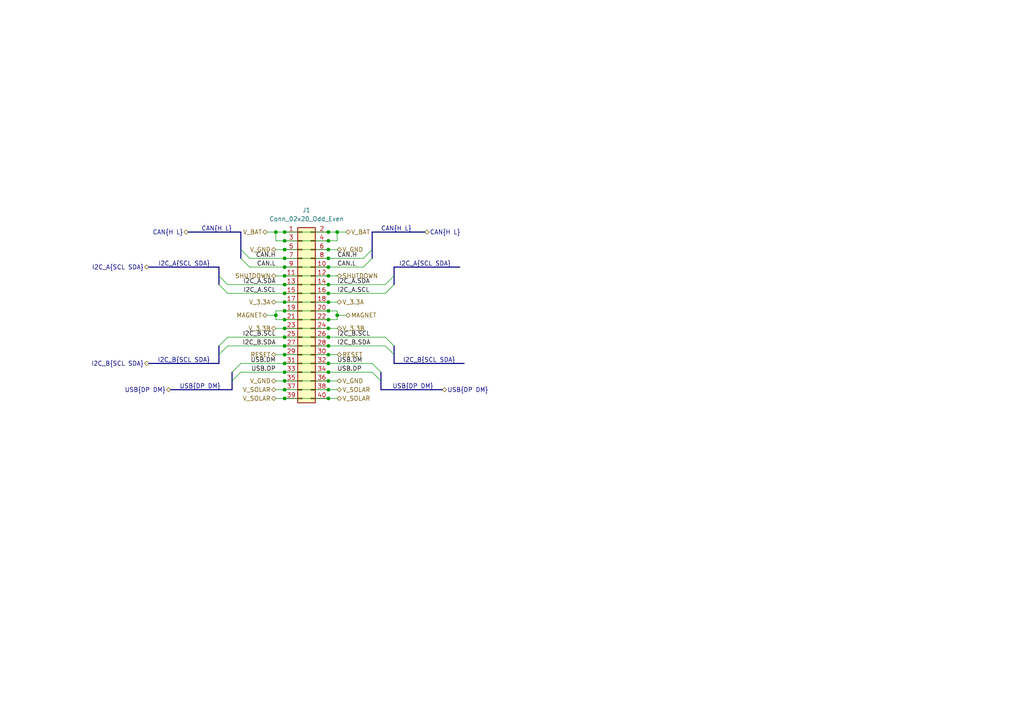
<source format=kicad_sch>
(kicad_sch (version 20231120) (generator "eeschema") (generator_version "8.0")
  (paper "A4")
  (lib_symbols
    (symbol "Connector_Generic:Conn_02x20_Odd_Even" (pin_names (offset 1.016) hide)
      (property "Reference" "J" (at 1.27 25.4 0))
      (property "Value" "Conn_02x20_Odd_Even" (at 1.27 -27.94 0))
      (symbol "Conn_02x20_Odd_Even_1_1"
        (rectangle (start -1.27 -25.273) (end 0 -25.527) (stroke (width 0.1524)))
        (rectangle (start -1.27 -22.733) (end 0 -22.987) (stroke (width 0.1524)))
        (rectangle (start -1.27 -20.193) (end 0 -20.447) (stroke (width 0.1524)))
        (rectangle (start -1.27 -17.653) (end 0 -17.907) (stroke (width 0.1524)))
        (rectangle (start -1.27 -15.113) (end 0 -15.367) (stroke (width 0.1524)))
        (rectangle (start -1.27 -12.573) (end 0 -12.827) (stroke (width 0.1524)))
        (rectangle (start -1.27 -10.033) (end 0 -10.287) (stroke (width 0.1524)))
        (rectangle (start -1.27 -7.493) (end 0 -7.747) (stroke (width 0.1524)))
        (rectangle (start -1.27 -4.953) (end 0 -5.207) (stroke (width 0.1524)))
        (rectangle (start -1.27 -2.413) (end 0 -2.667) (stroke (width 0.1524)))
        (rectangle (start -1.27 0.127) (end 0 -0.127) (stroke (width 0.1524)))
        (rectangle (start -1.27 2.667) (end 0 2.413) (stroke (width 0.1524)))
        (rectangle (start -1.27 5.207) (end 0 4.953) (stroke (width 0.1524)))
        (rectangle (start -1.27 7.747) (end 0 7.493) (stroke (width 0.1524)))
        (rectangle (start -1.27 10.287) (end 0 10.033) (stroke (width 0.1524)))
        (rectangle (start -1.27 12.827) (end 0 12.573) (stroke (width 0.1524)))
        (rectangle (start -1.27 15.367) (end 0 15.113) (stroke (width 0.1524)))
        (rectangle (start -1.27 17.907) (end 0 17.653) (stroke (width 0.1524)))
        (rectangle (start -1.27 20.447) (end 0 20.193) (stroke (width 0.1524)))
        (rectangle (start -1.27 22.987) (end 0 22.733) (stroke (width 0.1524)))
        (rectangle (start -1.27 24.13) (end 3.81 -26.67) (stroke (width 0.254)) (fill (type background)))
        (rectangle (start 3.81 -25.273) (end 2.54 -25.527) (stroke (width 0.1524)))
        (rectangle (start 3.81 -22.733) (end 2.54 -22.987) (stroke (width 0.1524)))
        (rectangle (start 3.81 -20.193) (end 2.54 -20.447) (stroke (width 0.1524)))
        (rectangle (start 3.81 -17.653) (end 2.54 -17.907) (stroke (width 0.1524)))
        (rectangle (start 3.81 -15.113) (end 2.54 -15.367) (stroke (width 0.1524)))
        (rectangle (start 3.81 -12.573) (end 2.54 -12.827) (stroke (width 0.1524)))
        (rectangle (start 3.81 -10.033) (end 2.54 -10.287) (stroke (width 0.1524)))
        (rectangle (start 3.81 -7.493) (end 2.54 -7.747) (stroke (width 0.1524)))
        (rectangle (start 3.81 -4.953) (end 2.54 -5.207) (stroke (width 0.1524)))
        (rectangle (start 3.81 -2.413) (end 2.54 -2.667) (stroke (width 0.1524)))
        (rectangle (start 3.81 0.127) (end 2.54 -0.127) (stroke (width 0.1524)))
        (rectangle (start 3.81 2.667) (end 2.54 2.413) (stroke (width 0.1524)))
        (rectangle (start 3.81 5.207) (end 2.54 4.953) (stroke (width 0.1524)))
        (rectangle (start 3.81 7.747) (end 2.54 7.493) (stroke (width 0.1524)))
        (rectangle (start 3.81 10.287) (end 2.54 10.033) (stroke (width 0.1524)))
        (rectangle (start 3.81 12.827) (end 2.54 12.573) (stroke (width 0.1524)))
        (rectangle (start 3.81 15.367) (end 2.54 15.113) (stroke (width 0.1524)))
        (rectangle (start 3.81 17.907) (end 2.54 17.653) (stroke (width 0.1524)))
        (rectangle (start 3.81 20.447) (end 2.54 20.193) (stroke (width 0.1524)))
        (rectangle (start 3.81 22.987) (end 2.54 22.733) (stroke (width 0.1524)))
        (pin passive line (at -5.08 22.86 0) (length 3.81) (name "Pin_1") (number "1"))
        (pin passive line (at 7.62 12.7 180) (length 3.81) (name "Pin_10") (number "10"))
        (pin passive line (at -5.08 10.16 0) (length 3.81) (name "Pin_11") (number "11"))
        (pin passive line (at 7.62 10.16 180) (length 3.81) (name "Pin_12") (number "12"))
        (pin passive line (at -5.08 7.62 0) (length 3.81) (name "Pin_13") (number "13"))
        (pin passive line (at 7.62 7.62 180) (length 3.81) (name "Pin_14") (number "14"))
        (pin passive line (at -5.08 5.08 0) (length 3.81) (name "Pin_15") (number "15"))
        (pin passive line (at 7.62 5.08 180) (length 3.81) (name "Pin_16") (number "16"))
        (pin passive line (at -5.08 2.54 0) (length 3.81) (name "Pin_17") (number "17"))
        (pin passive line (at 7.62 2.54 180) (length 3.81) (name "Pin_18") (number "18"))
        (pin passive line (at -5.08 0 0) (length 3.81) (name "Pin_19") (number "19"))
        (pin passive line (at 7.62 22.86 180) (length 3.81) (name "Pin_2") (number "2"))
        (pin passive line (at 7.62 0 180) (length 3.81) (name "Pin_20") (number "20"))
        (pin passive line (at -5.08 -2.54 0) (length 3.81) (name "Pin_21") (number "21"))
        (pin passive line (at 7.62 -2.54 180) (length 3.81) (name "Pin_22") (number "22"))
        (pin passive line (at -5.08 -5.08 0) (length 3.81) (name "Pin_23") (number "23"))
        (pin passive line (at 7.62 -5.08 180) (length 3.81) (name "Pin_24") (number "24"))
        (pin passive line (at -5.08 -7.62 0) (length 3.81) (name "Pin_25") (number "25"))
        (pin passive line (at 7.62 -7.62 180) (length 3.81) (name "Pin_26") (number "26"))
        (pin passive line (at -5.08 -10.16 0) (length 3.81) (name "Pin_27") (number "27"))
        (pin passive line (at 7.62 -10.16 180) (length 3.81) (name "Pin_28") (number "28"))
        (pin passive line (at -5.08 -12.7 0) (length 3.81) (name "Pin_29") (number "29"))
        (pin passive line (at -5.08 20.32 0) (length 3.81) (name "Pin_3") (number "3"))
        (pin passive line (at 7.62 -12.7 180) (length 3.81) (name "Pin_30") (number "30"))
        (pin passive line (at -5.08 -15.24 0) (length 3.81) (name "Pin_31") (number "31"))
        (pin passive line (at 7.62 -15.24 180) (length 3.81) (name "Pin_32") (number "32"))
        (pin passive line (at -5.08 -17.78 0) (length 3.81) (name "Pin_33") (number "33"))
        (pin passive line (at 7.62 -17.78 180) (length 3.81) (name "Pin_34") (number "34"))
        (pin passive line (at -5.08 -20.32 0) (length 3.81) (name "Pin_35") (number "35"))
        (pin passive line (at 7.62 -20.32 180) (length 3.81) (name "Pin_36") (number "36"))
        (pin passive line (at -5.08 -22.86 0) (length 3.81) (name "Pin_37") (number "37"))
        (pin passive line (at 7.62 -22.86 180) (length 3.81) (name "Pin_38") (number "38"))
        (pin passive line (at -5.08 -25.4 0) (length 3.81) (name "Pin_39") (number "39"))
        (pin passive line (at 7.62 20.32 180) (length 3.81) (name "Pin_4") (number "4"))
        (pin passive line (at 7.62 -25.4 180) (length 3.81) (name "Pin_40") (number "40"))
        (pin passive line (at -5.08 17.78 0) (length 3.81) (name "Pin_5") (number "5"))
        (pin passive line (at 7.62 17.78 180) (length 3.81) (name "Pin_6") (number "6"))
        (pin passive line (at -5.08 15.24 0) (length 3.81) (name "Pin_7") (number "7"))
        (pin passive line (at 7.62 15.24 180) (length 3.81) (name "Pin_8") (number "8"))
        (pin passive line (at -5.08 12.7 0) (length 3.81) (name "Pin_9") (number "9"))
      )
    )
  )
  (junction (at 82.55 92.71))
  (junction (at 82.55 87.63))
  (junction (at 82.55 97.79))
  (junction (at 95.25 105.41))
  (junction (at 95.25 90.17))
  (junction (at 95.25 107.95))
  (junction (at 82.55 95.25))
  (junction (at 82.55 72.39))
  (junction (at 95.25 92.71))
  (junction (at 95.25 115.57))
  (junction (at 95.25 102.87))
  (junction (at 95.25 110.49))
  (junction (at 95.25 72.39))
  (junction (at 82.55 113.03))
  (junction (at 82.55 107.95))
  (junction (at 82.55 77.47))
  (junction (at 82.55 102.87))
  (junction (at 97.79 91.44))
  (junction (at 95.25 82.55))
  (junction (at 80.01 67.31))
  (junction (at 82.55 67.31))
  (junction (at 95.25 97.79))
  (junction (at 82.55 69.85))
  (junction (at 82.55 74.93))
  (junction (at 95.25 67.31))
  (junction (at 95.25 77.47))
  (junction (at 95.25 87.63))
  (junction (at 82.55 82.55))
  (junction (at 80.01 91.44))
  (junction (at 82.55 110.49))
  (junction (at 82.55 80.01))
  (junction (at 95.25 95.25))
  (junction (at 95.25 100.33))
  (junction (at 95.25 80.01))
  (junction (at 82.55 85.09))
  (junction (at 95.25 85.09))
  (junction (at 82.55 90.17))
  (junction (at 97.79 67.31))
  (junction (at 95.25 69.85))
  (junction (at 95.25 113.03))
  (junction (at 82.55 115.57))
  (junction (at 95.25 74.93))
  (junction (at 82.55 100.33))
  (junction (at 82.55 105.41))
  (bus_entry (at 111.76 100.33) (size 2.54 2.54))
  (bus_entry (at 110.49 107.95) (size -2.54 -2.54))
  (bus_entry (at 66.04 100.33) (size -2.54 2.54))
  (bus_entry (at 67.31 110.49) (size 2.54 -2.54))
  (bus_entry (at 107.95 72.39) (size -2.54 2.54))
  (bus_entry (at 111.76 97.79) (size 2.54 2.54))
  (bus_entry (at 114.3 82.55) (size -2.54 2.54))
  (bus_entry (at 63.5 82.55) (size 2.54 2.54))
  (bus_entry (at 107.95 74.93) (size -2.54 2.54))
  (bus_entry (at 66.04 97.79) (size -2.54 2.54))
  (bus_entry (at 69.85 74.93) (size 2.54 2.54))
  (bus_entry (at 114.3 80.01) (size -2.54 2.54))
  (bus_entry (at 110.49 110.49) (size -2.54 -2.54))
  (bus_entry (at 67.31 107.95) (size 2.54 -2.54))
  (bus_entry (at 69.85 72.39) (size 2.54 2.54))
  (bus_entry (at 63.5 80.01) (size 2.54 2.54))
  (wire (pts (xy 95.25 107.95) (xy 107.95 107.95)))
  (wire (pts (xy 82.55 82.55) (xy 95.25 82.55)))
  (wire (pts (xy 82.55 113.03) (xy 95.25 113.03)))
  (wire (pts (xy 80.01 91.44) (xy 80.01 92.71)))
  (wire (pts (xy 82.55 67.31) (xy 95.25 67.31)))
  (wire (pts (xy 82.55 92.71) (xy 95.25 92.71)))
  (wire (pts (xy 97.79 113.03) (xy 95.25 113.03)))
  (wire (pts (xy 82.55 97.79) (xy 95.25 97.79)))
  (wire (pts (xy 82.55 100.33) (xy 66.04 100.33)))
  (wire (pts (xy 95.25 85.09) (xy 111.76 85.09)))
  (bus (pts (xy 107.95 67.31) (xy 107.95 72.39)))
  (wire (pts (xy 80.01 67.31) (xy 82.55 67.31)))
  (wire (pts (xy 95.25 74.93) (xy 105.41 74.93)))
  (wire (pts (xy 82.55 110.49) (xy 95.25 110.49)))
  (wire (pts (xy 77.47 91.44) (xy 80.01 91.44)))
  (wire (pts (xy 80.01 113.03) (xy 82.55 113.03)))
  (wire (pts (xy 80.01 87.63) (xy 82.55 87.63)))
  (wire (pts (xy 97.79 91.44) (xy 97.79 92.71)))
  (bus (pts (xy 43.18 77.47) (xy 63.5 77.47)))
  (bus (pts (xy 110.49 113.03) (xy 128.27 113.03)))
  (wire (pts (xy 82.55 82.55) (xy 66.04 82.55)))
  (wire (pts (xy 95.25 100.33) (xy 111.76 100.33)))
  (bus (pts (xy 63.5 102.87) (xy 63.5 105.41)))
  (wire (pts (xy 95.25 97.79) (xy 111.76 97.79)))
  (wire (pts (xy 82.55 72.39) (xy 95.25 72.39)))
  (wire (pts (xy 82.55 100.33) (xy 95.25 100.33)))
  (wire (pts (xy 97.79 80.01) (xy 95.25 80.01)))
  (wire (pts (xy 97.79 102.87) (xy 95.25 102.87)))
  (wire (pts (xy 100.33 91.44) (xy 97.79 91.44)))
  (wire (pts (xy 82.55 77.47) (xy 95.25 77.47)))
  (bus (pts (xy 114.3 102.87) (xy 114.3 105.41)))
  (wire (pts (xy 97.79 90.17) (xy 97.79 91.44)))
  (bus (pts (xy 63.5 80.01) (xy 63.5 77.47)))
  (bus (pts (xy 63.5 100.33) (xy 63.5 102.87)))
  (wire (pts (xy 82.55 87.63) (xy 95.25 87.63)))
  (bus (pts (xy 43.18 105.41) (xy 63.5 105.41)))
  (bus (pts (xy 69.85 67.31) (xy 69.85 72.39)))
  (wire (pts (xy 95.25 90.17) (xy 97.79 90.17)))
  (wire (pts (xy 97.79 110.49) (xy 95.25 110.49)))
  (wire (pts (xy 95.25 92.71) (xy 97.79 92.71)))
  (wire (pts (xy 82.55 105.41) (xy 95.25 105.41)))
  (wire (pts (xy 82.55 92.71) (xy 80.01 92.71)))
  (wire (pts (xy 82.55 74.93) (xy 72.39 74.93)))
  (bus (pts (xy 114.3 80.01) (xy 114.3 77.47)))
  (bus (pts (xy 54.61 67.31) (xy 69.85 67.31)))
  (wire (pts (xy 80.01 90.17) (xy 80.01 91.44)))
  (bus (pts (xy 110.49 110.49) (xy 110.49 113.03)))
  (wire (pts (xy 97.79 115.57) (xy 95.25 115.57)))
  (wire (pts (xy 82.55 80.01) (xy 95.25 80.01)))
  (wire (pts (xy 100.33 67.31) (xy 97.79 67.31)))
  (wire (pts (xy 82.55 85.09) (xy 95.25 85.09)))
  (bus (pts (xy 107.95 72.39) (xy 107.95 74.93)))
  (wire (pts (xy 82.55 90.17) (xy 95.25 90.17)))
  (wire (pts (xy 97.79 67.31) (xy 95.25 67.31)))
  (wire (pts (xy 80.01 95.25) (xy 82.55 95.25)))
  (bus (pts (xy 114.3 105.41) (xy 134.62 105.41)))
  (wire (pts (xy 80.01 110.49) (xy 82.55 110.49)))
  (bus (pts (xy 123.19 67.31) (xy 107.95 67.31)))
  (bus (pts (xy 67.31 113.03) (xy 49.53 113.03)))
  (wire (pts (xy 77.47 67.31) (xy 80.01 67.31)))
  (bus (pts (xy 69.85 72.39) (xy 69.85 74.93)))
  (wire (pts (xy 80.01 80.01) (xy 82.55 80.01)))
  (wire (pts (xy 80.01 115.57) (xy 82.55 115.57)))
  (wire (pts (xy 82.55 105.41) (xy 69.85 105.41)))
  (wire (pts (xy 97.79 69.85) (xy 95.25 69.85)))
  (wire (pts (xy 95.25 105.41) (xy 107.95 105.41)))
  (wire (pts (xy 82.55 95.25) (xy 95.25 95.25)))
  (wire (pts (xy 82.55 77.47) (xy 72.39 77.47)))
  (wire (pts (xy 82.55 90.17) (xy 80.01 90.17)))
  (wire (pts (xy 80.01 72.39) (xy 82.55 72.39)))
  (wire (pts (xy 97.79 95.25) (xy 95.25 95.25)))
  (wire (pts (xy 97.79 87.63) (xy 95.25 87.63)))
  (bus (pts (xy 67.31 110.49) (xy 67.31 113.03)))
  (wire (pts (xy 82.55 85.09) (xy 66.04 85.09)))
  (wire (pts (xy 80.01 102.87) (xy 82.55 102.87)))
  (bus (pts (xy 114.3 80.01) (xy 114.3 82.55)))
  (wire (pts (xy 69.85 107.95) (xy 82.55 107.95)))
  (wire (pts (xy 97.79 67.31) (xy 97.79 69.85)))
  (wire (pts (xy 82.55 107.95) (xy 95.25 107.95)))
  (bus (pts (xy 63.5 80.01) (xy 63.5 82.55)))
  (wire (pts (xy 82.55 115.57) (xy 95.25 115.57)))
  (wire (pts (xy 97.79 72.39) (xy 95.25 72.39)))
  (wire (pts (xy 80.01 67.31) (xy 80.01 69.85)))
  (wire (pts (xy 82.55 69.85) (xy 95.25 69.85)))
  (wire (pts (xy 82.55 97.79) (xy 66.04 97.79)))
  (wire (pts (xy 80.01 69.85) (xy 82.55 69.85)))
  (bus (pts (xy 110.49 107.95) (xy 110.49 110.49)))
  (wire (pts (xy 82.55 74.93) (xy 95.25 74.93)))
  (bus (pts (xy 67.31 107.95) (xy 67.31 110.49)))
  (bus (pts (xy 114.3 100.33) (xy 114.3 102.87)))
  (bus (pts (xy 114.3 77.47) (xy 133.35 77.47)))
  (wire (pts (xy 82.55 102.87) (xy 95.25 102.87)))
  (wire (pts (xy 95.25 77.47) (xy 105.41 77.47)))
  (wire (pts (xy 95.25 82.55) (xy 111.76 82.55)))
  (label "I2C_B.SDA" (at 97.79 100.33 0))
  (label "USB{DP DM}" (at 125.73 113.03 180))
  (label "I2C_A.SDA" (at 80.01 82.55 180))
  (label "CAN.H" (at 80.01 74.93 180))
  (label "USB.DM" (at 80.01 105.41 180))
  (label "CAN.L" (at 97.79 77.47 0))
  (label "I2C_B{SCL SDA}" (at 60.96 105.41 180))
  (label "CAN.L" (at 80.01 77.47 180))
  (label "CAN.H" (at 97.79 74.93 0))
  (label "I2C_B{SCL SDA}" (at 116.84 105.41 0))
  (label "USB{DP DM}" (at 52.07 113.03 0))
  (label "I2C_A{SCL SDA}" (at 60.96 77.47 180))
  (label "USB.DP" (at 97.79 107.95 0))
  (label "I2C_B.SCL" (at 80.01 97.79 180))
  (label "I2C_A.SCL" (at 80.01 85.09 180))
  (label "I2C_B.SCL" (at 97.79 97.79 0))
  (label "CAN{H L}" (at 67.31 67.31 180))
  (label "I2C_A.SDA" (at 97.79 82.55 0))
  (label "USB.DM" (at 97.79 105.41 0))
  (label "I2C_A.SCL" (at 97.79 85.09 0))
  (label "USB.DP" (at 80.01 107.95 180))
  (label "CAN{H L}" (at 110.49 67.31 0))
  (label "I2C_A{SCL SDA}" (at 130.81 77.47 180))
  (label "I2C_B.SDA" (at 80.01 100.33 180))
  (hierarchical_label "V_SOLAR" (shape bidirectional) (at 97.79 115.57 0))
  (hierarchical_label "SHUTDOWN" (shape bidirectional) (at 97.79 80.01 0))
  (hierarchical_label "RESET" (shape bidirectional) (at 97.79 102.87 0))
  (hierarchical_label "MAGNET" (shape bidirectional) (at 77.47 91.44 180))
  (hierarchical_label "V_GND" (shape bidirectional) (at 97.79 72.39 0))
  (hierarchical_label "V_GND" (shape bidirectional) (at 80.01 110.49 180))
  (hierarchical_label "CAN{H L}" (shape bidirectional) (at 123.19 67.31 0))
  (hierarchical_label "V_3.3A" (shape bidirectional) (at 80.01 87.63 180))
  (hierarchical_label "V_3.3B" (shape bidirectional) (at 97.79 95.25 0))
  (hierarchical_label "SHUTDOWN" (shape bidirectional) (at 80.01 80.01 180))
  (hierarchical_label "V_3.3A" (shape bidirectional) (at 97.79 87.63 0))
  (hierarchical_label "V_BAT" (shape bidirectional) (at 77.47 67.31 180))
  (hierarchical_label "USB{DP DM}" (shape bidirectional) (at 49.53 113.03 180))
  (hierarchical_label "USB{DP DM}" (shape bidirectional) (at 128.27 113.03 0))
  (hierarchical_label "RESET" (shape bidirectional) (at 80.01 102.87 180))
  (hierarchical_label "V_GND" (shape bidirectional) (at 97.79 110.49 0))
  (hierarchical_label "I2C_B{SCL SDA}" (shape bidirectional) (at 43.18 105.41 180))
  (hierarchical_label "MAGNET" (shape bidirectional) (at 100.33 91.44 0))
  (hierarchical_label "V_SOLAR" (shape bidirectional) (at 80.01 113.03 180))
  (hierarchical_label "V_BAT" (shape bidirectional) (at 100.33 67.31 0))
  (hierarchical_label "V_GND" (shape bidirectional) (at 80.01 72.39 180))
  (hierarchical_label "CAN{H L}" (shape bidirectional) (at 54.61 67.31 180))
  (hierarchical_label "V_SOLAR" (shape bidirectional) (at 97.79 113.03 0))
  (hierarchical_label "V_SOLAR" (shape bidirectional) (at 80.01 115.57 180))
  (hierarchical_label "V_3.3B" (shape bidirectional) (at 80.01 95.25 180))
  (hierarchical_label "I2C_A{SCL SDA}" (shape bidirectional) (at 43.18 77.47 180))
  (symbol (lib_id "Connector_Generic:Conn_02x20_Odd_Even") (at 87.63 90.17 0) (unit 1)
    (property "Reference" "J1" (at 88.9 60.96 0))
    (property "Value" "Conn_02x20_Odd_Even" (at 88.9 63.5 0))
    (property "Footprint" "Connector_PinHeader_2.00mm:PinHeader_2x20_P2.00mm_Horizontal" (effects (hide yes)))
    (property "Description" "Generic connector, double row, 02x20, odd/even pin numbering scheme (row 1 odd numbers, row 2 even numbers), script generated (kicad-library-utils/schlib/autogen/connector/)" (effects (hide yes)))
  )
)
</source>
